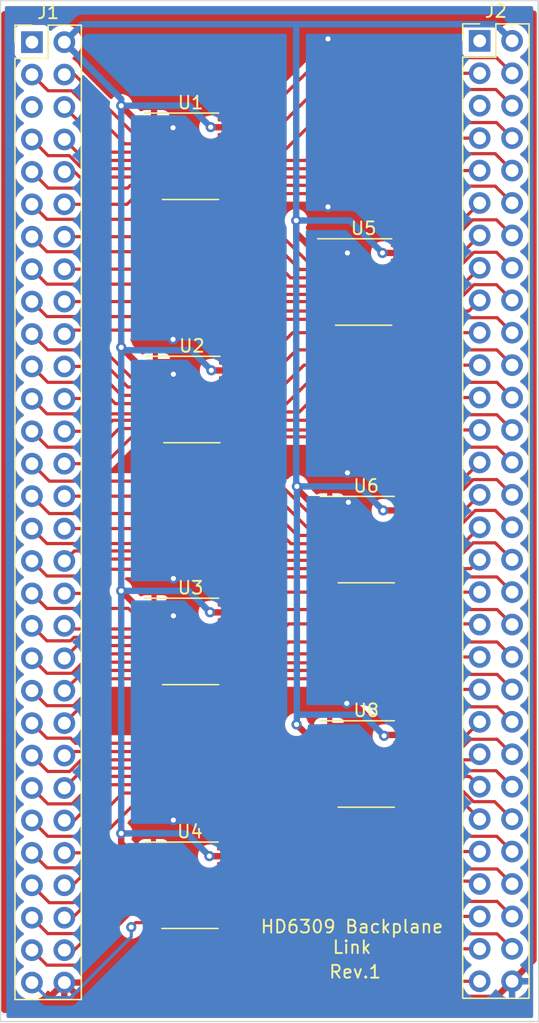
<source format=kicad_pcb>
(kicad_pcb (version 20221018) (generator pcbnew)
  (title_block (title "HD6309 SBC Backplane Link") (date "2023-04-24") (rev "Revision 1"))
  (layers (0 "F.Cu" signal) (31 "B.Cu" signal) (34 "B.Paste" user) (35 "F.Paste" user) (36 "B.SilkS" user "B.Silkscreen") (37 "F.SilkS" user "F.Silkscreen") (38 "B.Mask" user) (39 "F.Mask" user) (44 "Edge.Cuts" user))
  (net 0 "")
  (net 2 "+5V")
  (net 3 "Clock24_LEFT")
  (net 4 "Clock3_LEFT")
  (net 6 "Clock6_LEFT")
  (net 7 "~{E}_LEFT")
  (net 8 "E_LEFT")
  (net 9 "~{Q}_LEFT")
  (net 10 "Q_LEFT")
  (net 11 "D0_LEFT")
  (net 12 "A0_LEFT")
  (net 13 "D1_LEFT")
  (net 14 "A1_LEFT")
  (net 15 "D2_LEFT")
  (net 16 "A2_LEFT")
  (net 17 "D3_LEFT")
  (net 18 "A3_LEFT")
  (net 19 "D4_LEFT")
  (net 20 "A4_LEFT")
  (net 21 "D5_LEFT")
  (net 22 "A5_LEFT")
  (net 23 "D6_LEFT")
  (net 24 "A6_LEFT")
  (net 25 "D7_LEFT")
  (net 26 "A7_LEFT")
  (net 27 "MAPPED_MEM_LEFT")
  (net 28 "A8_LEFT")
  (net 29 "ROM{slash}~{RAM}_LEFT")
  (net 30 "A9_LEFT")
  (net 31 "Q1_LEFT")
  (net 32 "A10_LEFT")
  (net 33 "Q2_LEFT")
  (net 34 "A11_LEFT")
  (net 35 "Q3_LEFT")
  (net 36 "A12_LEFT")
  (net 37 "Q4_LEFT")
  (net 38 "A13_LEFT")
  (net 39 "Q5_LEFT")
  (net 40 "A14_LEFT")
  (net 41 "Q6_LEFT")
  (net 42 "A15_LEFT")
  (net 43 "Q7_LEFT")
  (net 44 "NC1_LEFT")
  (net 45 "Q8_LEFT")
  (net 46 "~{RESET}_LEFT")
  (net 47 "~{DMA}_LEFT")
  (net 48 "~{NMI}_LEFT")
  (net 49 "R{slash}~{W}_LEFT")
  (net 50 "~{FIRQ}_LEFT")
  (net 51 "~{HALT}_LEFT")
  (net 52 "~{IRQ}_LEFT")
  (net 53 "NC2_LEFT")
  (net 54 "BA_LEFT")
  (net 55 "MRDY_LEFT")
  (net 56 "BS_LEFT")
  (net 57 "NC3_LEFT")
  (net 58 "NC4_LEFT")
  (net 59 "NC5_LEFT")
  (net 60 "GND")
  (net 62 "Clock24")
  (net 63 "Clock3")
  (net 65 "Clock6")
  (net 66 "~{E}")
  (net 67 "E")
  (net 68 "~{Q}")
  (net 69 "Q")
  (net 70 "D0")
  (net 71 "A0")
  (net 72 "D1")
  (net 73 "A1")
  (net 74 "D2")
  (net 75 "A2")
  (net 76 "D3")
  (net 77 "A3")
  (net 78 "D4")
  (net 79 "A4")
  (net 80 "D5")
  (net 81 "A5")
  (net 82 "D6")
  (net 83 "A6")
  (net 84 "D7")
  (net 85 "A7")
  (net 86 "MAPPED_MEM")
  (net 87 "A8")
  (net 88 "ROM{slash}~{RAM}")
  (net 89 "A9")
  (net 90 "Q1")
  (net 91 "A10")
  (net 92 "Q2")
  (net 93 "A11")
  (net 94 "Q3")
  (net 95 "A12")
  (net 96 "Q4")
  (net 97 "A13")
  (net 98 "Q5")
  (net 99 "A14")
  (net 100 "Q6")
  (net 101 "A15")
  (net 102 "Q7")
  (net 103 "NC1")
  (net 104 "Q8")
  (net 105 "~{RESET}")
  (net 106 "~{DMA}")
  (net 107 "~{NMI}")
  (net 108 "R{slash}~{W}")
  (net 109 "~{FIRQ}")
  (net 110 "~{HALT}")
  (net 111 "~{IRQ}")
  (net 112 "NC2")
  (net 113 "BA")
  (net 114 "MRDY")
  (net 115 "BS")
  (net 116 "NC3")
  (net 117 "NC4")
  (net 118 "NC5")
  (footprint "Connector_PinHeader_2.54mm:PinHeader_2x30_P2.54mm_Vertical" (layer "F.Cu") (at 144.78 40.9448)
    (fp_text reference "J2")
    (fp_text value "Right")
  )
  (footprint "Package_SO:TSSOP-20_4.4x6.5mm_P0.65mm" (layer "F.Cu") (at 135.89 97.5868)
    (fp_text reference "U8")
    (fp_text value "~")
  )
  (footprint "Connector_PinHeader_2.54mm:PinHeader_2x30_P2.54mm_Vertical" (layer "F.Cu") (at 109.6908 41.0464)
    (fp_text reference "J1")
    (fp_text value "Left")
  )
  (footprint "Package_SO:TSSOP-20_4.4x6.5mm_P0.65mm" (layer "F.Cu") (at 135.6868 59.832)
    (fp_text reference "U5")
    (fp_text value "~")
  )
  (footprint "Package_SO:TSSOP-20_4.4x6.5mm_P0.65mm" (layer "F.Cu") (at 122.2248 69.0372)
    (fp_text reference "U2")
    (fp_text value "~")
  )
  (footprint "Package_SO:TSSOP-20_4.4x6.5mm_P0.65mm" (layer "F.Cu") (at 122.1232 49.9872)
    (fp_text reference "U1")
    (fp_text value "~")
  )
  (footprint "Package_SO:TSSOP-20_4.4x6.5mm_P0.65mm" (layer "F.Cu") (at 122.1232 87.9856)
    (fp_text reference "U3")
    (fp_text value "~")
  )
  (footprint "Package_SO:TSSOP-20_4.4x6.5mm_P0.65mm" (layer "F.Cu") (at 135.89 80.01)
    (fp_text reference "U6")
    (fp_text value "~")
  )
  (footprint "Package_SO:TSSOP-20_4.4x6.5mm_P0.65mm" (layer "F.Cu") (at 122.0724 107.0864)
    (fp_text reference "U4")
    (fp_text value "~")
  )
  (gr_line (start 107.2388 37.7952) (end 149.352 37.7952) (stroke (width 0.1)) (layer "Edge.Cuts"))
  (gr_line (start 107.2388 117.7544) (end 107.2388 37.7952) (stroke (width 0.1)) (layer "Edge.Cuts"))
  (gr_line (start 149.4028 117.7544) (end 107.2388 117.7544) (stroke (width 0.1)) (layer "Edge.Cuts"))
  (gr_line (start 149.352 37.7952) (end 149.4028 117.7544) (stroke (width 0.1)) (layer "Edge.Cuts"))
  (gr_text "HD6309 Backplane\nLink" (at 134.7724 112.522) (layer "F.SilkS") (effects (font (size 1 1)) (justify bottom)))
  (gr_text "Rev.1" (at 132.8928 114.4524) (layer "F.SilkS") (effects (font (size 1 1)) (justify left bottom)))
  (segment (start 123.709 47.7122) (end 124.9857 47.7122) (width 0.5) (layer "F.Cu") (net 2))
  (segment (start 118.375 47.7122) (end 118.920751 47.7122) (width 0.5) (layer "F.Cu") (net 2))
  (segment (start 132.162183 77.735) (end 132.687551 77.735) (width 0.5) (layer "F.Cu") (net 2))
  (segment (start 137.3522 95.3118) (end 138.7525 95.3118) (width 0.5) (layer "F.Cu") (net 2))
  (segment (start 118.375 85.7106) (end 118.920751 85.7106) (width 0.5) (layer "F.Cu") (net 2))
  (segment (start 131.2528 95.3118) (end 133.0275 95.3118) (width 0.5) (layer "F.Cu") (net 2))
  (segment (start 123.698 47.7012) (end 123.709 47.7122) (width 0.5) (layer "F.Cu") (net 2))
  (segment (start 130.4544 76.027217) (end 132.162183 77.735) (width 0.5) (layer "F.Cu") (net 2))
  (segment (start 116.6876 103.0224) (end 116.6876 103.7844) (width 0.5) (layer "F.Cu") (net 2))
  (segment (start 118.496983 66.7622) (end 119.022351 66.7622) (width 0.5) (layer "F.Cu") (net 2))
  (segment (start 137.287 95.377) (end 137.3522 95.3118) (width 0.5) (layer "F.Cu") (net 2))
  (segment (start 138.7525 77.735) (end 138.7525 77.085) (width 0.5) (layer "F.Cu") (net 2))
  (segment (start 138.5493 57.557) (end 138.5493 56.907) (width 0.5) (layer "F.Cu") (net 2))
  (segment (start 137.16 57.5564) (end 138.5487 57.5564) (width 0.5) (layer "F.Cu") (net 2))
  (segment (start 124.9349 104.8114) (end 123.6074 104.8114) (width 0.5) (layer "F.Cu") (net 2))
  (segment (start 130.429 94.488) (end 131.2528 95.3118) (width 0.5) (layer "F.Cu") (net 2))
  (segment (start 125.0873 66.1122) (end 125.0873 66.7622) (width 0.5) (layer "F.Cu") (net 2))
  (segment (start 116.6876 64.952817) (end 118.496983 66.7622) (width 0.5) (layer "F.Cu") (net 2))
  (segment (start 124.9857 47.0622) (end 124.9857 47.7122) (width 0.5) (layer "F.Cu") (net 2))
  (segment (start 138.7415 77.724) (end 138.7525 77.735) (width 0.5) (layer "F.Cu") (net 2))
  (segment (start 138.7525 95.3118) (end 138.7525 94.6618) (width 0.5) (layer "F.Cu") (net 2))
  (segment (start 116.6876 84.0232) (end 118.375 85.7106) (width 0.5) (layer "F.Cu") (net 2))
  (segment (start 116.6876 46.0248) (end 118.375 47.7122) (width 0.5) (layer "F.Cu") (net 2))
  (segment (start 123.7598 66.7622) (end 123.7488 66.7512) (width 0.5) (layer "F.Cu") (net 2))
  (segment (start 117.7146 104.8114) (end 118.869951 104.8114) (width 0.5) (layer "F.Cu") (net 2))
  (segment (start 125.0873 66.7622) (end 123.7598 66.7622) (width 0.5) (layer "F.Cu") (net 2))
  (segment (start 137.2108 77.724) (end 138.7415 77.724) (width 0.5) (layer "F.Cu") (net 2))
  (segment (start 124.9857 85.7106) (end 123.6582 85.7106) (width 0.5) (layer "F.Cu") (net 2))
  (segment (start 123.6582 85.7106) (end 123.6472 85.6996) (width 0.5) (layer "F.Cu") (net 2))
  (segment (start 124.9349 104.1614) (end 124.9349 104.8114) (width 0.5) (layer "F.Cu") (net 2))
  (segment (start 130.4544 75.8444) (end 130.4544 76.027217) (width 0.5) (layer "F.Cu") (net 2))
  (segment (start 130.4036 56.001617) (end 131.958983 57.557) (width 0.5) (layer "F.Cu") (net 2))
  (segment (start 124.9857 85.0606) (end 124.9857 85.7106) (width 0.5) (layer "F.Cu") (net 2))
  (segment (start 130.4036 55.0164) (end 130.4036 56.001617) (width 0.5) (layer "F.Cu") (net 2))
  (segment (start 131.958983 57.557) (end 132.8243 57.557) (width 0.5) (layer "F.Cu") (net 2))
  (segment (start 138.5487 57.5564) (end 138.5493 57.557) (width 0.5) (layer "F.Cu") (net 2))
  (segment (start 116.6876 103.7844) (end 117.7146 104.8114) (width 0.5) (layer "F.Cu") (net 2))
  (segment (start 123.6074 104.8114) (end 123.5964 104.8004) (width 0.5) (layer "F.Cu") (net 2))
  (via (at 123.698 47.7012) (size 0.8) (drill 0.4) (layers "F.Cu" "B.Cu") (net 2))
  (via (at 130.4544 75.8444) (size 0.8) (drill 0.4) (layers "F.Cu" "B.Cu") (net 2))
  (via (at 123.6472 85.6996) (size 0.8) (drill 0.4) (layers "F.Cu" "B.Cu") (net 2))
  (via (at 137.2108 77.724) (size 0.8) (drill 0.4) (layers "F.Cu" "B.Cu") (net 2))
  (via (at 130.4036 55.0164) (size 0.8) (drill 0.4) (layers "F.Cu" "B.Cu") (net 2))
  (via (at 130.429 94.488) (size 0.8) (drill 0.4) (layers "F.Cu" "B.Cu") (net 2))
  (via (at 116.6876 103.0224) (size 0.8) (drill 0.4) (layers "F.Cu" "B.Cu") (net 2))
  (via (at 116.6876 64.952817) (size 0.8) (drill 0.4) (layers "F.Cu" "B.Cu") (net 2))
  (via (at 137.287 95.377) (size 0.8) (drill 0.4) (layers "F.Cu" "B.Cu") (net 2))
  (via (at 116.6876 84.0232) (size 0.8) (drill 0.4) (layers "F.Cu" "B.Cu") (net 2))
  (via (at 123.7488 66.7512) (size 0.8) (drill 0.4) (layers "F.Cu" "B.Cu") (net 2))
  (via (at 116.6876 46.0248) (size 0.8) (drill 0.4) (layers "F.Cu" "B.Cu") (net 2))
  (via (at 123.5964 104.8004) (size 0.8) (drill 0.4) (layers "F.Cu" "B.Cu") (net 2))
  (via (at 137.16 57.5564) (size 0.8) (drill 0.4) (layers "F.Cu" "B.Cu") (net 2))
  (segment (start 116.911183 65.1764) (end 122.174 65.1764) (width 0.5) (layer "B.Cu") (net 2))
  (segment (start 123.6472 85.6996) (end 121.9708 84.0232) (width 0.5) (layer "B.Cu") (net 2))
  (segment (start 113.6324 39.6448) (end 130.4036 39.6448) (width 0.5) (layer "B.Cu") (net 2))
  (segment (start 122.174 65.1764) (end 123.7488 66.7512) (width 0.5) (layer "B.Cu") (net 2))
  (segment (start 130.4544 75.8444) (end 130.4544 93.726) (width 0.5) (layer "B.Cu") (net 2))
  (segment (start 130.4036 55.0164) (end 134.62 55.0164) (width 0.5) (layer "B.Cu") (net 2))
  (segment (start 116.6876 46.0248) (end 116.6876 64.952817) (width 0.5) (layer "B.Cu") (net 2))
  (segment (start 116.6876 64.952817) (end 116.911183 65.1764) (width 0.5) (layer "B.Cu") (net 2))
  (segment (start 130.4036 39.6448) (end 146.02 39.6448) (width 0.5) (layer "B.Cu") (net 2))
  (segment (start 135.3312 75.8444) (end 137.2108 77.724) (width 0.5) (layer "B.Cu") (net 2))
  (segment (start 116.6876 46.0248) (end 122.0216 46.0248) (width 0.5) (layer "B.Cu") (net 2))
  (segment (start 135.636 93.726) (end 137.287 95.377) (width 0.5) (layer "B.Cu") (net 2))
  (segment (start 116.6876 64.952817) (end 116.6876 84.0232) (width 0.5) (layer "B.Cu") (net 2))
  (segment (start 112.2308 41.0464) (end 113.6324 39.6448) (width 0.5) (layer "B.Cu") (net 2))
  (segment (start 123.5964 104.8004) (end 121.8184 103.0224) (width 0.5) (layer "B.Cu") (net 2))
  (segment (start 130.4036 75.7936) (end 130.4544 75.8444) (width 0.5) (layer "B.Cu") (net 2))
  (segment (start 116.6876 45.5032) (end 116.6876 46.0248) (width 0.5) (layer "B.Cu") (net 2))
  (segment (start 130.4036 55.0164) (end 130.4036 39.6448) (width 0.5) (layer "B.Cu") (net 2))
  (segment (start 130.4544 93.726) (end 130.4544 94.4626) (width 0.5) (layer "B.Cu") (net 2))
  (segment (start 146.02 39.6448) (end 147.32 40.9448) (width 0.5) (layer "B.Cu") (net 2))
  (segment (start 116.6876 84.0232) (end 116.6876 103.0224) (width 0.5) (layer "B.Cu") (net 2))
  (segment (start 130.4544 75.8444) (end 135.3312 75.8444) (width 0.5) (layer "B.Cu") (net 2))
  (segment (start 112.2308 41.0464) (end 116.6876 45.5032) (width 0.5) (layer "B.Cu") (net 2))
  (segment (start 130.4544 93.726) (end 135.636 93.726) (width 0.5) (layer "B.Cu") (net 2))
  (segment (start 130.4036 55.0164) (end 130.4036 75.7936) (width 0.5) (layer "B.Cu") (net 2))
  (segment (start 121.9708 84.0232) (end 116.6876 84.0232) (width 0.5) (layer "B.Cu") (net 2))
  (segment (start 121.8184 103.0224) (end 116.6876 103.0224) (width 0.5) (layer "B.Cu") (net 2))
  (segment (start 122.0216 46.0248) (end 123.698 47.7012) (width 0.5) (layer "B.Cu") (net 2))
  (segment (start 134.62 55.0164) (end 137.16 57.5564) (width 0.5) (layer "B.Cu") (net 2))
  (segment (start 130.4544 94.4626) (end 130.429 94.488) (width 0.5) (layer "B.Cu") (net 2))
  (segment (start 110.9608 44.8564) (end 112.812501 44.8564) (width 0.25) (layer "F.Cu") (net 3))
  (segment (start 112.812501 44.8564) (end 116.968301 49.0122) (width 0.25) (layer "F.Cu") (net 3))
  (segment (start 116.968301 49.0122) (end 119.2607 49.0122) (width 0.25) (layer "F.Cu") (net 3))
  (segment (start 109.6908 43.5864) (end 110.9608 44.8564) (width 0.25) (layer "F.Cu") (net 3))
  (segment (start 112.2308 43.5864) (end 113.03 43.5864) (width 0.25) (layer "F.Cu") (net 4))
  (segment (start 117.8058 48.3622) (end 119.2607 48.3622) (width 0.25) (layer "F.Cu") (net 4))
  (segment (start 113.03 43.5864) (end 117.8058 48.3622) (width 0.25) (layer "F.Cu") (net 4))
  (segment (start 112.2308 46.1264) (end 115.7666 49.6622) (width 0.25) (layer "F.Cu") (net 6))
  (segment (start 115.7666 49.6622) (end 119.2607 49.6622) (width 0.25) (layer "F.Cu") (net 6))
  (segment (start 109.6908 48.6664) (end 110.9608 49.9364) (width 0.25) (layer "F.Cu") (net 7))
  (segment (start 113.648301 50.9622) (end 119.2607 50.9622) (width 0.25) (layer "F.Cu") (net 7))
  (segment (start 112.622501 49.9364) (end 113.648301 50.9622) (width 0.25) (layer "F.Cu") (net 7))
  (segment (start 110.9608 49.9364) (end 112.622501 49.9364) (width 0.25) (layer "F.Cu") (net 7))
  (segment (start 112.2308 48.6664) (end 113.8766 50.3122) (width 0.25) (layer "F.Cu") (net 8))
  (segment (start 113.8766 50.3122) (end 119.2607 50.3122) (width 0.25) (layer "F.Cu") (net 8))
  (segment (start 117.4098 52.2622) (end 119.2607 52.2622) (width 0.25) (layer "F.Cu") (net 9))
  (segment (start 117.1956 52.4764) (end 117.4098 52.2622) (width 0.25) (layer "F.Cu") (net 9))
  (segment (start 110.9608 52.4764) (end 117.1956 52.4764) (width 0.25) (layer "F.Cu") (net 9))
  (segment (start 109.6908 51.2064) (end 110.9608 52.4764) (width 0.25) (layer "F.Cu") (net 9))
  (segment (start 113.03 51.2064) (end 113.4358 51.6122) (width 0.25) (layer "F.Cu") (net 10))
  (segment (start 112.2308 51.2064) (end 113.03 51.2064) (width 0.25) (layer "F.Cu") (net 10))
  (segment (start 113.4358 51.6122) (end 119.2607 51.6122) (width 0.25) (layer "F.Cu") (net 10))
  (segment (start 131.2574 58.207) (end 132.8243 58.207) (width 0.25) (layer "F.Cu") (net 11))
  (segment (start 110.8658 54.9214) (end 127.9718 54.9214) (width 0.25) (layer "F.Cu") (net 11))
  (segment (start 127.9718 54.9214) (end 131.2574 58.207) (width 0.25) (layer "F.Cu") (net 11))
  (segment (start 109.6908 53.7464) (end 110.8658 54.9214) (width 0.25) (layer "F.Cu") (net 11))
  (segment (start 117.1448 53.7464) (end 117.979 52.9122) (width 0.25) (layer "F.Cu") (net 12))
  (segment (start 117.979 52.9122) (end 119.2607 52.9122) (width 0.25) (layer "F.Cu") (net 12))
  (segment (start 112.2308 53.7464) (end 117.1448 53.7464) (width 0.25) (layer "F.Cu") (net 12))
  (segment (start 129.9666 59.507) (end 132.8243 59.507) (width 0.25) (layer "F.Cu") (net 13))
  (segment (start 110.8658 57.4614) (end 127.921 57.4614) (width 0.25) (layer "F.Cu") (net 13))
  (segment (start 127.921 57.4614) (end 129.9666 59.507) (width 0.25) (layer "F.Cu") (net 13))
  (segment (start 109.6908 56.2864) (end 110.8658 57.4614) (width 0.25) (layer "F.Cu") (net 13))
  (segment (start 112.2308 56.2864) (end 128.1176 56.2864) (width 0.25) (layer "F.Cu") (net 14))
  (segment (start 130.6882 58.857) (end 132.8243 58.857) (width 0.25) (layer "F.Cu") (net 14))
  (segment (start 128.1176 56.2864) (end 130.6882 58.857) (width 0.25) (layer "F.Cu") (net 14))
  (segment (start 110.8658 60.0014) (end 127.3114 60.0014) (width 0.25) (layer "F.Cu") (net 15))
  (segment (start 128.117 60.807) (end 132.8243 60.807) (width 0.25) (layer "F.Cu") (net 15))
  (segment (start 109.6908 58.8264) (end 110.8658 60.0014) (width 0.25) (layer "F.Cu") (net 15))
  (segment (start 127.3114 60.0014) (end 128.117 60.807) (width 0.25) (layer "F.Cu") (net 15))
  (segment (start 129.0926 60.157) (end 132.8243 60.157) (width 0.25) (layer "F.Cu") (net 16))
  (segment (start 112.2308 58.8264) (end 127.762 58.8264) (width 0.25) (layer "F.Cu") (net 16))
  (segment (start 127.762 58.8264) (end 129.0926 60.157) (width 0.25) (layer "F.Cu") (net 16))
  (segment (start 127.6538 62.5414) (end 128.0882 62.107) (width 0.25) (layer "F.Cu") (net 17))
  (segment (start 109.6908 61.3664) (end 110.8658 62.5414) (width 0.25) (layer "F.Cu") (net 17))
  (segment (start 110.8658 62.5414) (end 127.6538 62.5414) (width 0.25) (layer "F.Cu") (net 17))
  (segment (start 128.0882 62.107) (end 132.8243 62.107) (width 0.25) (layer "F.Cu") (net 17))
  (segment (start 132.7337 61.3664) (end 132.8243 61.457) (width 0.25) (layer "F.Cu") (net 18))
  (segment (start 112.2308 61.3664) (end 132.7337 61.3664) (width 0.25) (layer "F.Cu") (net 18))
  (segment (start 119.3623 67.4122) (end 117.5772 67.4122) (width 0.25) (layer "F.Cu") (net 19))
  (segment (start 117.5772 67.4122) (end 115.316 65.151) (width 0.25) (layer "F.Cu") (net 19))
  (segment (start 115.316 65.151) (end 110.9354 65.151) (width 0.25) (layer "F.Cu") (net 19))
  (segment (start 110.9354 65.151) (end 109.6908 63.9064) (width 0.25) (layer "F.Cu") (net 19))
  (segment (start 129.3686 62.757) (end 132.8243 62.757) (width 0.25) (layer "F.Cu") (net 20))
  (segment (start 112.5356 63.6016) (end 128.524 63.6016) (width 0.25) (layer "F.Cu") (net 20))
  (segment (start 128.524 63.6016) (end 129.3686 62.757) (width 0.25) (layer "F.Cu") (net 20))
  (segment (start 112.2308 63.9064) (end 112.5356 63.6016) (width 0.25) (layer "F.Cu") (net 20))
  (segment (start 115.697 67.691) (end 110.9354 67.691) (width 0.25) (layer "F.Cu") (net 21))
  (segment (start 119.3623 68.7122) (end 116.7182 68.7122) (width 0.25) (layer "F.Cu") (net 21))
  (segment (start 116.7182 68.7122) (end 115.697 67.691) (width 0.25) (layer "F.Cu") (net 21))
  (segment (start 110.9354 67.691) (end 109.6908 66.4464) (width 0.25) (layer "F.Cu") (net 21))
  (segment (start 119.3623 68.0622) (end 117.2112 68.0622) (width 0.25) (layer "F.Cu") (net 22))
  (segment (start 115.5954 66.4464) (end 112.2308 66.4464) (width 0.25) (layer "F.Cu") (net 22))
  (segment (start 117.2112 68.0622) (end 115.5954 66.4464) (width 0.25) (layer "F.Cu") (net 22))
  (segment (start 119.3623 70.0122) (end 118.673759 70.0122) (width 0.25) (layer "F.Cu") (net 23))
  (segment (start 118.524559 70.1614) (end 110.8658 70.1614) (width 0.25) (layer "F.Cu") (net 23))
  (segment (start 118.673759 70.0122) (end 118.524559 70.1614) (width 0.25) (layer "F.Cu") (net 23))
  (segment (start 110.8658 70.1614) (end 109.6908 68.9864) (width 0.25) (layer "F.Cu") (net 23))
  (segment (start 115.824 68.961) (end 112.2562 68.961) (width 0.25) (layer "F.Cu") (net 24))
  (segment (start 119.3623 69.3622) (end 116.2252 69.3622) (width 0.25) (layer "F.Cu") (net 24))
  (segment (start 116.2252 69.3622) (end 115.824 68.961) (width 0.25) (layer "F.Cu") (net 24))
  (segment (start 112.2562 68.961) (end 112.2308 68.9864) (width 0.25) (layer "F.Cu") (net 24))
  (segment (start 116.5208 71.3122) (end 115.062 72.771) (width 0.25) (layer "F.Cu") (net 25))
  (segment (start 115.062 72.771) (end 110.9354 72.771) (width 0.25) (layer "F.Cu") (net 25))
  (segment (start 110.9354 72.771) (end 109.6908 71.5264) (width 0.25) (layer "F.Cu") (net 25))
  (segment (start 119.3623 71.3122) (end 116.5208 71.3122) (width 0.25) (layer "F.Cu") (net 25))
  (segment (start 115.1636 71.5264) (end 116.0278 70.6622) (width 0.25) (layer "F.Cu") (net 26))
  (segment (start 116.0278 70.6622) (end 119.3623 70.6622) (width 0.25) (layer "F.Cu") (net 26))
  (segment (start 112.2308 71.5264) (end 115.1636 71.5264) (width 0.25) (layer "F.Cu") (net 26))
  (segment (start 109.6908 74.0664) (end 111.0558 75.4314) (width 0.25) (layer "F.Cu") (net 27))
  (segment (start 131.852 78.385) (end 133.0275 78.385) (width 0.25) (layer "F.Cu") (net 27))
  (segment (start 111.0558 75.4314) (end 128.8984 75.4314) (width 0.25) (layer "F.Cu") (net 27))
  (segment (start 128.8984 75.4314) (end 131.852 78.385) (width 0.25) (layer "F.Cu") (net 27))
  (segment (start 117.5218 71.9622) (end 119.3623 71.9622) (width 0.25) (layer "F.Cu") (net 28))
  (segment (start 112.2308 74.0664) (end 115.4176 74.0664) (width 0.25) (layer "F.Cu") (net 28))
  (segment (start 115.4176 74.0664) (end 117.5218 71.9622) (width 0.25) (layer "F.Cu") (net 28))
  (segment (start 128.7714 77.9714) (end 130.485 79.685) (width 0.25) (layer "F.Cu") (net 29))
  (segment (start 111.0558 77.9714) (end 128.7714 77.9714) (width 0.25) (layer "F.Cu") (net 29))
  (segment (start 109.6908 76.6064) (end 111.0558 77.9714) (width 0.25) (layer "F.Cu") (net 29))
  (segment (start 130.485 79.685) (end 133.0275 79.685) (width 0.25) (layer "F.Cu") (net 29))
  (segment (start 133.0275 79.035) (end 131.232 79.035) (width 0.25) (layer "F.Cu") (net 30))
  (segment (start 131.232 79.035) (end 128.8034 76.6064) (width 0.25) (layer "F.Cu") (net 30))
  (segment (start 128.8034 76.6064) (end 112.2308 76.6064) (width 0.25) (layer "F.Cu") (net 30))
  (segment (start 110.8658 80.3214) (end 128.4544 80.3214) (width 0.25) (layer "F.Cu") (net 31))
  (segment (start 129.118 80.985) (end 133.0275 80.985) (width 0.25) (layer "F.Cu") (net 31))
  (segment (start 109.6908 79.1464) (end 110.8658 80.3214) (width 0.25) (layer "F.Cu") (net 31))
  (segment (start 128.4544 80.3214) (end 129.118 80.985) (width 0.25) (layer "F.Cu") (net 31))
  (segment (start 128.8034 79.1464) (end 112.2308 79.1464) (width 0.25) (layer "F.Cu") (net 32))
  (segment (start 133.0275 80.335) (end 129.992 80.335) (width 0.25) (layer "F.Cu") (net 32))
  (segment (start 129.992 80.335) (end 128.8034 79.1464) (width 0.25) (layer "F.Cu") (net 32))
  (segment (start 115.189 81.534) (end 127.762 81.534) (width 0.25) (layer "F.Cu") (net 33))
  (segment (start 127.762 81.534) (end 128.513 82.285) (width 0.25) (layer "F.Cu") (net 33))
  (segment (start 128.513 82.285) (end 133.0275 82.285) (width 0.25) (layer "F.Cu") (net 33))
  (segment (start 109.6908 81.6864) (end 110.8658 82.8614) (width 0.25) (layer "F.Cu") (net 33))
  (segment (start 113.8616 82.8614) (end 115.189 81.534) (width 0.25) (layer "F.Cu") (net 33))
  (segment (start 110.8658 82.8614) (end 113.8616 82.8614) (width 0.25) (layer "F.Cu") (net 33))
  (segment (start 133.0275 81.635) (end 128.879 81.635) (width 0.25) (layer "F.Cu") (net 34))
  (segment (start 128.143 80.899) (end 113.0182 80.899) (width 0.25) (layer "F.Cu") (net 34))
  (segment (start 113.0182 80.899) (end 112.2308 81.6864) (width 0.25) (layer "F.Cu") (net 34))
  (segment (start 128.879 81.635) (end 128.143 80.899) (width 0.25) (layer "F.Cu") (net 34))
  (segment (start 118.211828 86.3606) (end 119.2607 86.3606) (width 0.25) (layer "F.Cu") (net 35))
  (segment (start 117.252628 85.4014) (end 118.211828 86.3606) (width 0.25) (layer "F.Cu") (net 35))
  (segment (start 109.6908 84.2264) (end 110.8658 85.4014) (width 0.25) (layer "F.Cu") (net 35))
  (segment (start 110.8658 85.4014) (end 117.252628 85.4014) (width 0.25) (layer "F.Cu") (net 35))
  (segment (start 127.9565 82.935) (end 133.0275 82.935) (width 0.25) (layer "F.Cu") (net 36))
  (segment (start 112.2308 84.2264) (end 114.0206 84.2264) (width 0.25) (layer "F.Cu") (net 36))
  (segment (start 115.914 82.333) (end 127.3545 82.333) (width 0.25) (layer "F.Cu") (net 36))
  (segment (start 127.3545 82.333) (end 127.9565 82.935) (width 0.25) (layer "F.Cu") (net 36))
  (segment (start 114.0206 84.2264) (end 115.914 82.333) (width 0.25) (layer "F.Cu") (net 36))
  (segment (start 112.998301 87.6606) (end 119.2607 87.6606) (width 0.25) (layer "F.Cu") (net 37))
  (segment (start 112.717501 87.9414) (end 112.998301 87.6606) (width 0.25) (layer "F.Cu") (net 37))
  (segment (start 110.8658 87.9414) (end 112.717501 87.9414) (width 0.25) (layer "F.Cu") (net 37))
  (segment (start 109.6908 86.7664) (end 110.8658 87.9414) (width 0.25) (layer "F.Cu") (net 37))
  (segment (start 112.2308 86.7664) (end 112.475 87.0106) (width 0.25) (layer "F.Cu") (net 38))
  (segment (start 112.475 87.0106) (end 119.2607 87.0106) (width 0.25) (layer "F.Cu") (net 38))
  (segment (start 114.354 88.9606) (end 119.2607 88.9606) (width 0.25) (layer "F.Cu") (net 39))
  (segment (start 110.8658 90.4814) (end 112.8332 90.4814) (width 0.25) (layer "F.Cu") (net 39))
  (segment (start 112.8332 90.4814) (end 114.354 88.9606) (width 0.25) (layer "F.Cu") (net 39))
  (segment (start 109.6908 89.3064) (end 110.8658 90.4814) (width 0.25) (layer "F.Cu") (net 39))
  (segment (start 113.2266 88.3106) (end 119.2607 88.3106) (width 0.25) (layer "F.Cu") (net 40))
  (segment (start 112.2308 89.3064) (end 113.2266 88.3106) (width 0.25) (layer "F.Cu") (net 40))
  (segment (start 112.959404 93.0214) (end 115.720204 90.2606) (width 0.25) (layer "F.Cu") (net 41))
  (segment (start 110.8658 93.0214) (end 112.959404 93.0214) (width 0.25) (layer "F.Cu") (net 41))
  (segment (start 109.6908 91.8464) (end 110.8658 93.0214) (width 0.25) (layer "F.Cu") (net 41))
  (segment (start 115.720204 90.2606) (end 119.2607 90.2606) (width 0.25) (layer "F.Cu") (net 41))
  (segment (start 114.4666 89.6106) (end 119.2607 89.6106) (width 0.25) (layer "F.Cu") (net 42))
  (segment (start 112.2308 91.8464) (end 114.4666 89.6106) (width 0.25) (layer "F.Cu") (net 42))
  (segment (start 110.8658 95.5614) (end 109.6908 94.3864) (width 0.25) (layer "F.Cu") (net 43))
  (segment (start 113.117901 95.9618) (end 112.717501 95.5614) (width 0.25) (layer "F.Cu") (net 43))
  (segment (start 133.0275 95.9618) (end 113.117901 95.9618) (width 0.25) (layer "F.Cu") (net 43))
  (segment (start 112.717501 95.5614) (end 110.8658 95.5614) (width 0.25) (layer "F.Cu") (net 43))
  (segment (start 115.7066 90.9106) (end 119.2607 90.9106) (width 0.25) (layer "F.Cu") (net 44))
  (segment (start 112.2308 94.3864) (end 115.7066 90.9106) (width 0.25) (layer "F.Cu") (net 44))
  (segment (start 133.0275 97.2618) (end 113.557101 97.2618) (width 0.25) (layer "F.Cu") (net 45))
  (segment (start 110.9354 98.171) (end 109.6908 96.9264) (width 0.25) (layer "F.Cu") (net 45))
  (segment (start 112.647901 98.171) (end 110.9354 98.171) (width 0.25) (layer "F.Cu") (net 45))
  (segment (start 113.557101 97.2618) (end 112.647901 98.171) (width 0.25) (layer "F.Cu") (net 45))
  (segment (start 112.5454 96.6118) (end 133.0275 96.6118) (width 0.25) (layer "F.Cu") (net 46))
  (segment (start 112.2308 96.9264) (end 112.5454 96.6118) (width 0.25) (layer "F.Cu") (net 46))
  (segment (start 110.9354 100.711) (end 112.8398 100.711) (width 0.25) (layer "F.Cu") (net 47))
  (segment (start 109.6908 99.4664) (end 110.9354 100.711) (width 0.25) (layer "F.Cu") (net 47))
  (segment (start 112.8398 100.711) (end 114.989 98.5618) (width 0.25) (layer "F.Cu") (net 47))
  (segment (start 114.989 98.5618) (end 133.0275 98.5618) (width 0.25) (layer "F.Cu") (net 47))
  (segment (start 133.0275 97.9118) (end 113.7854 97.9118) (width 0.25) (layer "F.Cu") (net 48))
  (segment (start 113.7854 97.9118) (end 112.2308 99.4664) (width 0.25) (layer "F.Cu") (net 48))
  (segment (start 133.0275 99.8618) (end 116.8002 99.8618) (width 0.25) (layer "F.Cu") (net 49))
  (segment (start 113.411 103.251) (end 110.9354 103.251) (width 0.25) (layer "F.Cu") (net 49))
  (segment (start 110.9354 103.251) (end 109.6908 102.0064) (width 0.25) (layer "F.Cu") (net 49))
  (segment (start 116.8002 99.8618) (end 113.411 103.251) (width 0.25) (layer "F.Cu") (net 49))
  (segment (start 115.7992 99.2118) (end 113.0046 102.0064) (width 0.25) (layer "F.Cu") (net 50))
  (segment (start 133.0275 99.2118) (end 115.7992 99.2118) (width 0.25) (layer "F.Cu") (net 50))
  (segment (start 113.0046 102.0064) (end 112.2308 102.0064) (width 0.25) (layer "F.Cu") (net 50))
  (segment (start 113.2266 105.7214) (end 113.4866 105.4614) (width 0.25) (layer "F.Cu") (net 51))
  (segment (start 113.4866 105.4614) (end 119.2099 105.4614) (width 0.25) (layer "F.Cu") (net 51))
  (segment (start 110.8658 105.7214) (end 113.2266 105.7214) (width 0.25) (layer "F.Cu") (net 51))
  (segment (start 109.6908 104.5464) (end 110.8658 105.7214) (width 0.25) (layer "F.Cu") (net 51))
  (segment (start 117.9282 100.5118) (end 133.0275 100.5118) (width 0.25) (layer "F.Cu") (net 52))
  (segment (start 112.2308 104.5464) (end 113.8936 104.5464) (width 0.25) (layer "F.Cu") (net 52))
  (segment (start 113.8936 104.5464) (end 117.9282 100.5118) (width 0.25) (layer "F.Cu") (net 52))
  (segment (start 119.2099 106.7614) (end 114.5996 106.7614) (width 0.25) (layer "F.Cu") (net 53))
  (segment (start 114.5996 106.7614) (end 112.9096 108.4514) (width 0.25) (layer "F.Cu") (net 53))
  (segment (start 112.9096 108.4514) (end 111.0558 108.4514) (width 0.25) (layer "F.Cu") (net 53))
  (segment (start 111.0558 108.4514) (end 109.6908 107.0864) (width 0.25) (layer "F.Cu") (net 53))
  (segment (start 112.2308 107.0864) (end 112.8776 107.0864) (width 0.25) (layer "F.Cu") (net 54))
  (segment (start 113.8526 106.1114) (end 119.2099 106.1114) (width 0.25) (layer "F.Cu") (net 54))
  (segment (start 112.8776 107.0864) (end 113.8526 106.1114) (width 0.25) (layer "F.Cu") (net 54))
  (segment (start 119.2099 108.0614) (end 115.9666 108.0614) (width 0.25) (layer "F.Cu") (net 55))
  (segment (start 115.9666 108.0614) (end 113.157 110.871) (width 0.25) (layer "F.Cu") (net 55))
  (segment (start 113.157 110.871) (end 110.9354 110.871) (width 0.25) (layer "F.Cu") (net 55))
  (segment (start 110.9354 110.871) (end 109.6908 109.6264) (width 0.25) (layer "F.Cu") (net 55))
  (segment (start 115.0926 107.4114) (end 112.8776 109.6264) (width 0.25) (layer "F.Cu") (net 56))
  (segment (start 112.8776 109.6264) (end 112.2308 109.6264) (width 0.25) (layer "F.Cu") (net 56))
  (segment (start 119.2099 107.4114) (end 115.0926 107.4114) (width 0.25) (layer "F.Cu") (net 56))
  (segment (start 117.3336 109.3614) (end 113.3536 113.3414) (width 0.25) (layer "F.Cu") (net 57))
  (segment (start 113.3536 113.3414) (end 110.8658 113.3414) (width 0.25) (layer "F.Cu") (net 57))
  (segment (start 119.2099 109.3614) (end 117.3336 109.3614) (width 0.25) (layer "F.Cu") (net 57))
  (segment (start 110.8658 113.3414) (end 109.6908 112.1664) (width 0.25) (layer "F.Cu") (net 57))
  (segment (start 119.2099 108.7114) (end 116.4596 108.7114) (width 0.25) (layer "F.Cu") (net 58))
  (segment (start 113.0046 112.1664) (end 112.2308 112.1664) (width 0.25) (layer "F.Cu") (net 58))
  (segment (start 116.4596 108.7114) (end 113.0046 112.1664) (width 0.25) (layer "F.Cu") (net 58))
  (segment (start 117.8266 110.0114) (end 119.2099 110.0114) (width 0.25) (layer "F.Cu") (net 59))
  (segment (start 117.475 110.363) (end 117.8266 110.0114) (width 0.25) (layer "F.Cu") (net 59))
  (via (at 117.475 110.363) (size 0.8) (drill 0.4) (layers "F.Cu" "B.Cu") (net 59))
  (segment (start 117.475 111.123901) (end 117.475 110.363) (width 0.25) (layer "B.Cu") (net 59))
  (segment (start 110.8658 115.8814) (end 112.717501 115.8814) (width 0.25) (layer "B.Cu") (net 59))
  (segment (start 112.717501 115.8814) (end 117.475 111.123901) (width 0.25) (layer "B.Cu") (net 59))
  (segment (start 109.6908 114.7064) (end 110.8658 115.8814) (width 0.25) (layer "B.Cu") (net 59))
  (segment (start 132.8928 38.862) (end 148.9456 38.862) (width 0.5) (layer "F.Cu") (net 60))
  (segment (start 132.8928 53.9496) (end 132.8928 56.3372) (width 0.5) (layer "F.Cu") (net 60))
  (segment (start 119.2784 38.862) (end 132.8928 38.862) (width 0.5) (layer "F.Cu") (net 60))
  (segment (start 120.7516 103.632) (end 120.7516 115.9048) (width 0.5) (layer "F.Cu") (net 60))
  (segment (start 133.0315 77.089) (end 133.0275 77.085) (width 0.4) (layer "F.Cu") (net 60))
  (segment (start 134.493 76.6318) (end 134.4168 76.5556) (width 0.5) (layer "F.Cu") (net 60))
  (segment (start 120.7516 65.6336) (end 120.7516 67.0306) (width 0.5) (layer "F.Cu") (net 60))
  (segment (start 120.7516 115.9048) (end 146.02 115.9048) (width 0.5) (layer "F.Cu") (net 60))
  (segment (start 134.366 92.837) (end 134.366 94.615) (width 0.5) (layer "F.Cu") (net 60))
  (segment (start 134.493 77.089) (end 133.0315 77.089) (width 0.4) (layer "F.Cu") (net 60))
  (segment (start 132.8928 56.8385) (end 133.6989 56.8385) (width 0.5) (layer "F.Cu") (net 60))
  (segment (start 119.2607 47.0622) (end 119.2607 38.8797) (width 0.5) (layer "F.Cu") (net 60))
  (segment (start 134.3628 94.6118) (end 133.0275 94.6118) (width 0.5) (layer "F.Cu") (net 60))
  (segment (start 134.493 77.089) (end 134.493 76.6318) (width 0.5) (layer "F.Cu") (net 60))
  (segment (start 112.2308 114.7064) (end 110.0972 116.84) (width 0.5) (layer "F.Cu") (net 60))
  (segment (start 134.366 94.615) (end 134.3628 94.6118) (width 0.5) (layer "F.Cu") (net 60))
  (segment (start 112.2308 114.7064) (end 113.4292 115.9048) (width 0.5) (layer "F.Cu") (net 60))
  (segment (start 132.8743 56.857) (end 132.8243 56.857) (width 0.5) (layer "F.Cu") (net 60))
  (segment (start 120.7516 85.9536) (end 120.777 85.979) (width 0.5) (layer "F.Cu") (net 60))
  (segment (start 134.4168 76.5556) (end 134.4168 74.7776) (width 0.5) (layer "F.Cu") (net 60))
  (segment (start 120.7516 84.5312) (end 120.7516 85.9536) (width 0.5) (layer "F.Cu") (net 60))
  (segment (start 120.2222 104.1614) (end 119.2099 104.1614) (width 0.5) (layer "F.Cu") (net 60))
  (segment (start 148.9964 38.8112) (end 148.9964 112.9284) (width 0.5) (layer "F.Cu") (net 60))
  (segment (start 120.7516 47.687783) (end 120.7516 47.752) (width 0.5) (layer "F.Cu") (net 60))
  (segment (start 146.02 115.9048) (end 147.32 114.6048) (width 0.5) (layer "F.Cu") (net 60))
  (segment (start 120.6794 66.1122) (end 119.3623 66.1122) (width 0.5) (layer "F.Cu") (net 60))
  (segment (start 120.7516 103.632) (end 120.2222 104.1614) (width 0.5) (layer "F.Cu") (net 60))
  (segment (start 120.7516 102.0064) (end 120.7516 103.632) (width 0.5) (layer "F.Cu") (net 60))
  (segment (start 120.2222 85.0606) (end 119.2607 85.0606) (width 0.5) (layer "F.Cu") (net 60))
  (segment (start 133.6989 56.8385) (end 134.4168 57.5564) (width 0.5) (layer "F.Cu") (net 60))
  (segment (start 107.5436 116.84) (end 107.5436 38.862) (width 0.5) (layer "F.Cu") (net 60))
  (segment (start 132.8928 38.862) (end 132.8928 40.7924) (width 0.5) (layer "F.Cu") (net 60))
  (segment (start 120.7516 83.0834) (end 120.7516 84.5312) (width 0.5) (layer "F.Cu") (net 60))
  (segment (start 113.4292 115.9048) (end 120.7516 115.9048) (width 0.5) (layer "F.Cu") (net 60))
  (segment (start 120.7516 66.04) (end 120.6794 66.1122) (width 0.5) (layer "F.Cu") (net 60))
  (segment (start 120.7516 64.3269) (end 120.7516 65.6336) (width 0.5) (layer "F.Cu") (net 60))
  (segment (start 132.8928 56.8385) (end 132.8743 56.857) (width 0.5) (layer "F.Cu") (net 60))
  (segment (start 120.7516 84.5312) (end 120.2222 85.0606) (width 0.5) (layer "F.Cu") (net 60))
  (segment (start 119.2607 47.0622) (end 120.126017 47.0622) (width 0.5) (layer "F.Cu") (net 60))
  (segment (start 110.0972 116.84) (end 107.5436 116.84) (width 0.5) (layer "F.Cu") (net 60))
  (segment (start 107.5436 38.862) (end 119.2784 38.862) (width 0.5) (layer "F.Cu") (net 60))
  (segment (start 148.9964 112.9284) (end 147.32 114.6048) (width 0.5) (layer "F.Cu") (net 60))
  (segment (start 148.9456 38.862) (end 148.9964 38.8112) (width 0.5) (layer "F.Cu") (net 60))
  (segment (start 119.2607 38.8797) (end 119.2784 38.862) (width 0.5) (layer "F.Cu") (net 60))
  (segment (start 132.8928 56.3372) (end 132.8928 56.8385) (width 0.5) (layer "F.Cu") (net 60))
  (segment (start 120.126017 47.0622) (end 120.7516 47.687783) (width 0.5) (layer "F.Cu") (net 60))
  (via (at 134.493 77.089) (size 0.8) (drill 0.4) (layers "F.Cu" "B.Cu") (net 60))
  (via (at 120.777 83.058) (size 0.8) (drill 0.4) (layers "F.Cu" "B.Cu") (net 60))
  (via (at 120.777 67.056) (size 0.8) (drill 0.4) (layers "F.Cu" "B.Cu") (net 60))
  (via (at 120.777 101.981) (size 0.8) (drill 0.4) (layers "F.Cu" "B.Cu") (net 60))
  (via (at 134.366 92.837) (size 0.8) (drill 0.4) (layers "F.Cu" "B.Cu") (net 60))
  (via (at 132.8928 53.9496) (size 0.8) (drill 0.4) (layers "F.Cu" "B.Cu") (net 60))
  (via (at 134.4168 74.7776) (size 0.8) (drill 0.4) (layers "F.Cu" "B.Cu") (net 60))
  (via (at 120.7516 64.3269) (size 0.8) (drill 0.4) (layers "F.Cu" "B.Cu") (net 60))
  (via (at 134.4168 57.5564) (size 0.8) (drill 0.4) (layers "F.Cu" "B.Cu") (net 60))
  (via (at 120.7516 47.752) (size 0.8) (drill 0.4) (layers "F.Cu" "B.Cu") (net 60))
  (via (at 120.777 85.979) (size 0.8) (drill 0.4) (layers "F.Cu" "B.Cu") (net 60))
  (via (at 132.8928 40.7924) (size 0.8) (drill 0.4) (layers "F.Cu" "B.Cu") (net 60))
  (segment (start 132.8928 40.7924) (end 132.8928 52.087118) (width 0.5) (layer "B.Cu") (net 60))
  (segment (start 134.366 77.216) (end 134.366 92.837) (width 0.5) (layer "B.Cu") (net 60))
  (segment (start 120.777 85.979) (end 120.777 101.981) (width 0.5) (layer "B.Cu") (net 60))
  (segment (start 132.8928 52.087118) (end 132.8928 53.9496) (width 0.5) (layer "B.Cu") (net 60))
  (segment (start 134.4168 57.5564) (end 134.4168 74.7776) (width 0.5) (layer "B.Cu") (net 60))
  (segment (start 134.493 77.089) (end 134.366 77.216) (width 0.5) (layer "B.Cu") (net 60))
  (segment (start 120.777 67.056) (end 120.777 83.058) (width 0.5) (layer "B.Cu") (net 60))
  (segment (start 120.7516 47.752) (end 120.7516 64.3269) (width 0.5) (layer "B.Cu") (net 60))
  (segment (start 127.721 49.0122) (end 133.2484 43.4848) (width 0.25) (layer "F.Cu") (net 62))
  (segment (start 124.9857 49.0122) (end 127.721 49.0122) (width 0.25) (layer "F.Cu") (net 62))
  (segment (start 133.2484 43.4848) (end 144.78 43.4848) (width 0.25) (layer "F.Cu") (net 62))
  (segment (start 124.9857 48.3622) (end 126.2882 48.3622) (width 0.25) (layer "F.Cu") (net 63))
  (segment (start 146.1008 42.2656) (end 147.32 43.4848) (width 0.25) (layer "F.Cu") (net 63))
  (segment (start 126.2882 48.3622) (end 132.3848 42.2656) (width 0.25) (layer "F.Cu") (net 63))
  (segment (start 132.3848 42.2656) (end 146.1008 42.2656) (width 0.25) (layer "F.Cu") (net 63))
  (segment (start 146.05 44.7548) (end 147.32 46.0248) (width 0.25) (layer "F.Cu") (net 65))
  (segment (start 124.9857 49.6622) (end 129.357 49.6622) (width 0.25) (layer "F.Cu") (net 65))
  (segment (start 134.2644 44.7548) (end 146.05 44.7548) (width 0.25) (layer "F.Cu") (net 65))
  (segment (start 129.357 49.6622) (end 134.2644 44.7548) (width 0.25) (layer "F.Cu") (net 65))
  (segment (start 133.3402 50.9622) (end 135.7376 48.5648) (width 0.25) (layer "F.Cu") (net 66))
  (segment (start 124.9857 50.9622) (end 133.3402 50.9622) (width 0.25) (layer "F.Cu") (net 66))
  (segment (start 135.7376 48.5648) (end 144.78 48.5648) (width 0.25) (layer "F.Cu") (net 66))
  (segment (start 131.1454 50.3122) (end 134.112 47.3456) (width 0.25) (layer "F.Cu") (net 67))
  (segment (start 146.1008 47.3456) (end 147.32 48.5648) (width 0.25) (layer "F.Cu") (net 67))
  (segment (start 134.112 47.3456) (end 146.1008 47.3456) (width 0.25) (layer "F.Cu") (net 67))
  (segment (start 124.9857 50.3122) (end 131.1454 50.3122) (width 0.25) (layer "F.Cu") (net 67))
  (segment (start 138.2776 51.1048) (end 144.78 51.1048) (width 0.25) (layer "F.Cu") (net 68))
  (segment (start 124.9857 52.2622) (end 137.1202 52.2622) (width 0.25) (layer "F.Cu") (net 68))
  (segment (start 137.1202 52.2622) (end 138.2776 51.1048) (width 0.25) (layer "F.Cu") (net 68))
  (segment (start 137.2108 49.784) (end 145.9992 49.784) (width 0.25) (layer "F.Cu") (net 69))
  (segment (start 145.9992 49.784) (end 147.32 51.1048) (width 0.25) (layer "F.Cu") (net 69))
  (segment (start 124.9857 51.6122) (end 135.3826 51.6122) (width 0.25) (layer "F.Cu") (net 69))
  (segment (start 135.3826 51.6122) (end 137.2108 49.784) (width 0.25) (layer "F.Cu") (net 69))
  (segment (start 140.2178 58.207) (end 138.5493 58.207) (width 0.25) (layer "F.Cu") (net 70))
  (segment (start 144.78 53.6448) (end 140.2178 58.207) (width 0.25) (layer "F.Cu") (net 70))
  (segment (start 145.9992 52.324) (end 147.32 53.6448) (width 0.25) (layer "F.Cu") (net 71))
  (segment (start 124.9857 52.9122) (end 139.2134 52.9122) (width 0.25) (layer "F.Cu") (net 71))
  (segment (start 139.8016 52.324) (end 145.9992 52.324) (width 0.25) (layer "F.Cu") (net 71))
  (segment (start 139.2134 52.9122) (end 139.8016 52.324) (width 0.25) (layer "F.Cu") (net 71))
  (segment (start 138.5493 59.507) (end 141.4578 59.507) (width 0.25) (layer "F.Cu") (net 72))
  (segment (start 141.4578 59.507) (end 144.78 56.1848) (width 0.25) (layer "F.Cu") (net 72))
  (segment (start 140.3298 58.857) (end 138.5493 58.857) (width 0.25) (layer "F.Cu") (net 73))
  (segment (start 144.2212 54.9656) (end 140.3298 58.857) (width 0.25) (layer "F.Cu") (net 73))
  (segment (start 146.1008 54.9656) (end 144.2212 54.9656) (width 0.25) (layer "F.Cu") (net 73))
  (segment (start 147.32 56.1848) (end 146.1008 54.9656) (width 0.25) (layer "F.Cu") (net 73))
  (segment (start 142.6978 60.807) (end 144.78 58.7248) (width 0.25) (layer "F.Cu") (net 74))
  (segment (start 138.5493 60.807) (end 142.6978 60.807) (width 0.25) (layer "F.Cu") (net 74))
  (segment (start 146.1008 57.5056) (end 144.3228 57.5056) (width 0.25) (layer "F.Cu") (net 75))
  (segment (start 141.6714 60.157) (end 138.5493 60.157) (width 0.25) (layer "F.Cu") (net 75))
  (segment (start 144.3228 57.5056) (end 141.6714 60.157) (width 0.25) (layer "F.Cu") (net 75))
  (segment (start 147.32 58.7248) (end 146.1008 57.5056) (width 0.25) (layer "F.Cu") (net 75))
  (segment (start 143.9378 62.107) (end 144.78 61.2648) (width 0.25) (layer "F.Cu") (net 76))
  (segment (start 138.5493 62.107) (end 143.9378 62.107) (width 0.25) (layer "F.Cu") (net 76))
  (segment (start 146.1008 60.0456) (end 144.3228 60.0456) (width 0.25) (layer "F.Cu") (net 77))
  (segment (start 147.32 61.2648) (end 146.1008 60.0456) (width 0.25) (layer "F.Cu") (net 77))
  (segment (start 142.9114 61.457) (end 138.5493 61.457) (width 0.25) (layer "F.Cu") (net 77))
  (segment (start 144.3228 60.0456) (end 142.9114 61.457) (width 0.25) (layer "F.Cu") (net 77))
  (segment (start 126.5168 67.4122) (end 130.1242 63.8048) (width 0.25) (layer "F.Cu") (net 78))
  (segment (start 130.1242 63.8048) (end 144.78 63.8048) (width 0.25) (layer "F.Cu") (net 78))
  (segment (start 125.0873 67.4122) (end 126.5168 67.4122) (width 0.25) (layer "F.Cu") (net 78))
  (segment (start 146.145 62.6298) (end 139.4526 62.6298) (width 0.25) (layer "F.Cu") (net 79))
  (segment (start 139.4526 62.6298) (end 139.3254 62.757) (width 0.25) (layer "F.Cu") (net 79))
  (segment (start 147.32 63.8048) (end 146.145 62.6298) (width 0.25) (layer "F.Cu") (net 79))
  (segment (start 139.3254 62.757) (end 138.5493 62.757) (width 0.25) (layer "F.Cu") (net 79))
  (segment (start 131.0132 66.3448) (end 144.78 66.3448) (width 0.25) (layer "F.Cu") (net 80))
  (segment (start 125.0873 68.7122) (end 128.6458 68.7122) (width 0.25) (layer "F.Cu") (net 80))
  (segment (start 128.6458 68.7122) (end 131.0132 66.3448) (width 0.25) (layer "F.Cu") (net 80))
  (segment (start 130.429 65.151) (end 146.1262 65.151) (width 0.25) (layer "F.Cu") (net 81))
  (segment (start 125.0873 68.0622) (end 127.5178 68.0622) (width 0.25) (layer "F.Cu") (net 81))
  (segment (start 146.1262 65.151) (end 147.32 66.3448) (width 0.25) (layer "F.Cu") (net 81))
  (segment (start 127.5178 68.0622) (end 130.429 65.151) (width 0.25) (layer "F.Cu") (net 81))
  (segment (start 125.0873 70.0122) (end 130.6478 70.0122) (width 0.25) (layer "F.Cu") (net 82))
  (segment (start 131.7752 68.8848) (end 144.78 68.8848) (width 0.25) (layer "F.Cu") (net 82))
  (segment (start 130.6478 70.0122) (end 131.7752 68.8848) (width 0.25) (layer "F.Cu") (net 82))
  (segment (start 125.0873 69.3622) (end 129.6468 69.3622) (width 0.25) (layer "F.Cu") (net 83))
  (segment (start 131.318 67.691) (end 146.1262 67.691) (width 0.25) (layer "F.Cu") (net 83))
  (segment (start 146.1262 67.691) (end 147.32 68.8848) (width 0.25) (layer "F.Cu") (net 83))
  (segment (start 129.6468 69.3622) (end 131.318 67.691) (width 0.25) (layer "F.Cu") (net 83))
  (segment (start 144.78 71.4248) (end 125.1999 71.4248) (width 0.25) (layer "F.Cu") (net 84))
  (segment (start 125.1999 71.4248) (end 125.0873 71.3122) (width 0.25) (layer "F.Cu") (net 84))
  (segment (start 125.0873 70.6622) (end 131.5218 70.6622) (width 0.25) (layer "F.Cu") (net 85))
  (segment (start 131.5218 70.6622) (end 131.953 70.231) (width 0.25) (layer "F.Cu") (net 85))
  (segment (start 146.1262 70.231) (end 147.32 71.4248) (width 0.25) (layer "F.Cu") (net 85))
  (segment (start 131.953 70.231) (end 146.1262 70.231) (width 0.25) (layer "F.Cu") (net 85))
  (segment (start 140.3598 78.385) (end 144.78 73.9648) (width 0.25) (layer "F.Cu") (net 86))
  (segment (start 138.7525 78.385) (end 140.3598 78.385) (width 0.25) (layer "F.Cu") (net 86))
  (segment (start 131.3982 71.9622) (end 132.207 72.771) (width 0.25) (layer "F.Cu") (net 87))
  (segment (start 146.1262 72.771) (end 147.32 73.9648) (width 0.25) (layer "F.Cu") (net 87))
  (segment (start 132.207 72.771) (end 146.1262 72.771) (width 0.25) (layer "F.Cu") (net 87))
  (segment (start 125.0873 71.9622) (end 131.3982 71.9622) (width 0.25) (layer "F.Cu") (net 87))
  (segment (start 141.5998 79.685) (end 138.7525 79.685) (width 0.25) (layer "F.Cu") (net 88))
  (segment (start 144.78 76.5048) (end 141.5998 79.685) (width 0.25) (layer "F.Cu") (net 88))
  (segment (start 146.1262 75.311) (end 147.32 76.5048) (width 0.25) (layer "F.Cu") (net 89))
  (segment (start 140.548 79.035) (end 144.272 75.311) (width 0.25) (layer "F.Cu") (net 89))
  (segment (start 138.7525 79.035) (end 140.548 79.035) (width 0.25) (layer "F.Cu") (net 89))
  (segment (start 144.272 75.311) (end 146.1262 75.311) (width 0.25) (layer "F.Cu") (net 89))
  (segment (start 142.8398 80.985) (end 138.7525 80.985) (width 0.25) (layer "F.Cu") (net 90))
  (segment (start 144.78 79.0448) (end 142.8398 80.985) (width 0.25) (layer "F.Cu") (net 90))
  (segment (start 144.439099 77.724) (end 145.9992 77.724) (width 0.25) (layer "F.Cu") (net 91))
  (segment (start 138.7525 80.335) (end 141.828099 80.335) (width 0.25) (layer "F.Cu") (net 91))
  (segment (start 145.9992 77.724) (end 147.32 79.0448) (width 0.25) (layer "F.Cu") (net 91))
  (segment (start 141.828099 80.335) (end 144.439099 77.724) (width 0.25) (layer "F.Cu") (net 91))
  (segment (start 144.78 81.5848) (end 144.0798 82.285) (width 0.25) (layer "F.Cu") (net 92))
  (segment (start 144.0798 82.285) (end 138.7525 82.285) (width 0.25) (layer "F.Cu") (net 92))
  (segment (start 142.901 81.635) (end 144.272 80.264) (width 0.25) (layer "F.Cu") (net 93))
  (segment (start 144.272 80.264) (end 145.9992 80.264) (width 0.25) (layer "F.Cu") (net 93))
  (segment (start 138.7525 81.635) (end 142.901 81.635) (width 0.25) (layer "F.Cu") (net 93))
  (segment (start 145.9992 80.264) (end 147.32 81.5848) (width 0.25) (layer "F.Cu") (net 93))
  (segment (start 124.9857 86.3606) (end 126.9994 86.3606) (width 0.25) (layer "F.Cu") (net 94))
  (segment (start 129.2352 84.1248) (end 144.78 84.1248) (width 0.25) (layer "F.Cu") (net 94))
  (segment (start 126.9994 86.3606) (end 129.2352 84.1248) (width 0.25) (layer "F.Cu") (net 94))
  (segment (start 146.1302 82.935) (end 147.32 84.1248) (width 0.25) (layer "F.Cu") (net 95))
  (segment (start 138.7525 82.935) (end 146.1302 82.935) (width 0.25) (layer "F.Cu") (net 95))
  (segment (start 144.7292 86.614) (end 144.78 86.6648) (width 0.25) (layer "F.Cu") (net 96))
  (segment (start 129.794 86.614) (end 144.7292 86.614) (width 0.25) (layer "F.Cu") (net 96))
  (segment (start 128.7474 87.6606) (end 129.794 86.614) (width 0.25) (layer "F.Cu") (net 96))
  (segment (start 124.9857 87.6606) (end 128.7474 87.6606) (width 0.25) (layer "F.Cu") (net 96))
  (segment (start 124.9857 87.0106) (end 128.0004 87.0106) (width 0.25) (layer "F.Cu") (net 97))
  (segment (start 129.5212 85.4898) (end 146.145 85.4898) (width 0.25) (layer "F.Cu") (net 97))
  (segment (start 128.0004 87.0106) (end 129.5212 85.4898) (width 0.25) (layer "F.Cu") (net 97))
  (segment (start 146.145 85.4898) (end 147.32 86.6648) (width 0.25) (layer "F.Cu") (net 97))
  (segment (start 136.8396 88.9606) (end 137.16 89.281) (width 0.25) (layer "F.Cu") (net 98))
  (segment (start 124.9857 88.9606) (end 136.8396 88.9606) (width 0.25) (layer "F.Cu") (net 98))
  (segment (start 137.2362 89.2048) (end 144.78 89.2048) (width 0.25) (layer "F.Cu") (net 98))
  (segment (start 137.16 89.281) (end 137.2362 89.2048) (width 0.25) (layer "F.Cu") (net 98))
  (segment (start 129.7752 88.0298) (end 146.145 88.0298) (width 0.25) (layer "F.Cu") (net 99))
  (segment (start 129.4944 88.3106) (end 129.7752 88.0298) (width 0.25) (layer "F.Cu") (net 99))
  (segment (start 146.145 88.0298) (end 147.32 89.2048) (width 0.25) (layer "F.Cu") (net 99))
  (segment (start 124.9857 88.3106) (end 129.4944 88.3106) (width 0.25) (layer "F.Cu") (net 99))
  (segment (start 136.5758 91.7448) (end 144.78 91.7448) (width 0.25) (layer "F.Cu") (net 100))
  (segment (start 124.9857 90.2606) (end 135.0916 90.2606) (width 0.25) (layer "F.Cu") (net 100))
  (segment (start 135.0916 90.2606) (end 136.5758 91.7448) (width 0.25) (layer "F.Cu") (net 100))
  (segment (start 125.0371 89.662) (end 124.9857 89.6106) (width 0.25) (layer "F.Cu") (net 101))
  (segment (start 146.145 90.5698) (end 136.9248 90.5698) (width 0.25) (layer "F.Cu") (net 101))
  (segment (start 136.017 89.662) (end 125.0371 89.662) (width 0.25) (layer "F.Cu") (net 101))
  (segment (start 136.9248 90.5698) (end 136.017 89.662) (width 0.25) (layer "F.Cu") (net 101))
  (segment (start 147.32 91.7448) (end 146.145 90.5698) (width 0.25) (layer "F.Cu") (net 101))
  (segment (start 143.103 95.9618) (end 144.78 94.2848) (width 0.25) (layer "F.Cu") (net 102))
  (segment (start 138.7525 95.9618) (end 143.103 95.9618) (width 0.25) (layer "F.Cu") (net 102))
  (segment (start 124.9857 90.9106) (end 134.2176 90.9106) (width 0.25) (layer "F.Cu") (net 103))
  (segment (start 136.4168 93.1098) (end 146.145 93.1098) (width 0.25) (layer "F.Cu") (net 103))
  (segment (start 146.145 93.1098) (end 147.32 94.2848) (width 0.25) (layer "F.Cu") (net 103))
  (segment (start 134.2176 90.9106) (end 136.4168 93.1098) (width 0.25) (layer "F.Cu") (net 103))
  (segment (start 138.7525 97.2618) (end 144.343 97.2618) (width 0.25) (layer "F.Cu") (net 104))
  (segment (start 144.343 97.2618) (end 144.78 96.8248) (width 0.25) (layer "F.Cu") (net 104))
  (segment (start 147.32 96.8248) (end 146.145 95.6498) (width 0.25) (layer "F.Cu") (net 105))
  (segment (start 146.145 95.6498) (end 144.051396 95.6498) (width 0.25) (layer "F.Cu") (net 105))
  (segment (start 143.089396 96.6118) (end 138.7525 96.6118) (width 0.25) (layer "F.Cu") (net 105))
  (segment (start 144.051396 95.6498) (end 143.089396 96.6118) (width 0.25) (layer "F.Cu") (net 105))
  (segment (start 143.977 98.5618) (end 144.78 99.3648) (width 0.25) (layer "F.Cu") (net 106))
  (segment (start 138.7525 98.5618) (end 143.977 98.5618) (width 0.25) (layer "F.Cu") (net 106))
  (segment (start 147.32 99.3648) (end 146.067 98.1118) (width 0.25) (layer "F.Cu") (net 107))
  (segment (start 142.5618 98.1118) (end 142.3618 97.9118) (width 0.25) (layer "F.Cu") (net 107))
  (segment (start 146.067 98.1118) (end 142.5618 98.1118) (width 0.25) (layer "F.Cu") (net 107))
  (segment (start 142.3618 97.9118) (end 138.7525 97.9118) (width 0.25) (layer "F.Cu") (net 107))
  (segment (start 142.737 99.8618) (end 144.78 101.9048) (width 0.25) (layer "F.Cu") (net 108))
  (segment (start 138.7525 99.8618) (end 142.737 99.8618) (width 0.25) (layer "F.Cu") (net 108))
  (segment (start 145.955 100.5398) (end 147.32 101.9048) (width 0.25) (layer "F.Cu") (net 109))
  (segment (start 142.965299 99.2118) (end 144.293299 100.5398) (width 0.25) (layer "F.Cu") (net 109))
  (segment (start 138.7525 99.2118) (end 142.965299 99.2118) (width 0.25) (layer "F.Cu") (net 109))
  (segment (start 144.293299 100.5398) (end 145.955 100.5398) (width 0.25) (layer "F.Cu") (net 109))
  (segment (start 136.4742 104.4448) (end 144.78 104.4448) (width 0.25) (layer "F.Cu") (net 110))
  (segment (start 135.4576 105.4614) (end 136.4742 104.4448) (width 0.25) (layer "F.Cu") (net 110))
  (segment (start 124.9349 105.4614) (end 135.4576 105.4614) (width 0.25) (layer "F.Cu") (net 110))
  (segment (start 138.7525 100.5118) (end 141.4917 103.251) (width 0.25) (layer "F.Cu") (net 111))
  (segment (start 141.4917 103.251) (end 146.1262 103.251) (width 0.25) (layer "F.Cu") (net 111))
  (segment (start 146.1262 103.251) (end 147.32 104.4448) (width 0.25) (layer "F.Cu") (net 111))
  (segment (start 144.5566 106.7614) (end 144.78 106.9848) (width 0.25) (layer "F.Cu") (net 112))
  (segment (start 124.9349 106.7614) (end 144.5566 106.7614) (width 0.25) (layer "F.Cu") (net 112))
  (segment (start 137.6016 106.1114) (end 137.9032 105.8098) (width 0.25) (layer "F.Cu") (net 113))
  (segment (start 137.9032 105.8098) (end 146.145 105.8098) (width 0.25) (layer "F.Cu") (net 113))
  (segment (start 146.145 105.8098) (end 147.32 106.9848) (width 0.25) (layer "F.Cu") (net 113))
  (segment (start 124.9349 106.1114) (end 137.6016 106.1114) (width 0.25) (layer "F.Cu") (net 113))
  (segment (start 124.9349 108.0614) (end 135.6204 108.0614) (width 0.25) (layer "F.Cu") (net 114))
  (segment (start 137.0838 109.5248) (end 144.78 109.5248) (width 0.25) (layer "F.Cu") (net 114))
  (segment (start 135.6204 108.0614) (end 137.0838 109.5248) (width 0.25) (layer "F.Cu") (net 114))
  (segment (start 138.3218 108.3498) (end 137.3834 107.4114) (width 0.25) (layer "F.Cu") (net 115))
  (segment (start 137.3834 107.4114) (end 124.9349 107.4114) (width 0.25) (layer "F.Cu") (net 115))
  (segment (start 146.145 108.3498) (end 138.3218 108.3498) (width 0.25) (layer "F.Cu") (net 115))
  (segment (start 147.32 109.5248) (end 146.145 108.3498) (width 0.25) (layer "F.Cu") (net 115))
  (segment (start 134.4168 112.0648) (end 144.78 112.0648) (width 0.25) (layer "F.Cu") (net 116))
  (segment (start 131.7134 109.3614) (end 134.4168 112.0648) (width 0.25) (layer "F.Cu") (net 116))
  (segment (start 124.9349 109.3614) (end 131.7134 109.3614) (width 0.25) (layer "F.Cu") (net 116))
  (segment (start 146.145 110.8898) (end 147.32 112.0648) (width 0.25) (layer "F.Cu") (net 117))
  (segment (start 133.8574 108.7114) (end 136.0358 110.8898) (width 0.25) (layer "F.Cu") (net 117))
  (segment (start 136.0358 110.8898) (end 146.145 110.8898) (width 0.25) (layer "F.Cu") (net 117))
  (segment (start 124.9349 108.7114) (end 133.8574 108.7114) (width 0.25) (layer "F.Cu") (net 117))
  (segment (start 124.9349 110.0114) (end 129.5694 110.0114) (width 0.25) (layer "F.Cu") (net 118))
  (segment (start 134.1628 114.6048) (end 144.78 114.6048) (width 0.25) (layer "F.Cu") (net 118))
  (segment (start 129.5694 110.0114) (end 134.1628 114.6048) (width 0.25) (layer "F.Cu") (net 118))
  (zone (net 60) (net_name "GND") (layers "F&B.Cu") (connect_pads (clearance 0.5)) (min_thickness 0.25) (fill yes (thermal_gap 0.5) (thermal_bridge_width 0.5))
    (polygon (pts (xy 107.569 38.227) (xy 148.971 38.227) (xy 148.971 117.475) (xy 107.696 117.475)))
  )
)
</source>
